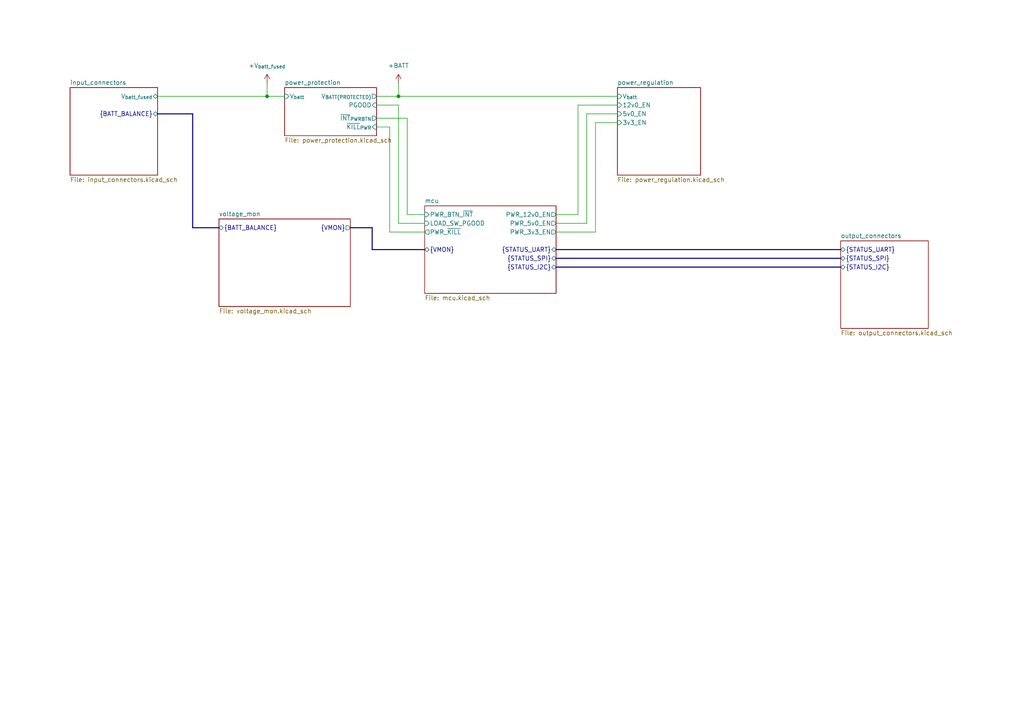
<source format=kicad_sch>
(kicad_sch (version 20231120) (generator "eeschema") (generator_version "8.0")
  (paper "A4")
  (lib_symbols
    (symbol "AT-Supplies:+V_{BATT(FUSED)}" (power) (pin_names (offset 0)) (in_bom no) (on_board no)
      (property "Value" "+V_{BATT(FUSED)}" (at 0 5.08 0))
      (symbol "+V_{BATT(FUSED)}_0_1"
        (polyline (pts (xy -0.76 1.27) (xy 0.002 2.54)))
        (polyline (pts (xy 0.002 0) (xy 0.002 2.54)))
        (polyline (pts (xy 0.002 2.54) (xy 0.764 1.27)))
      )
      (symbol "+V_{BATT(FUSED)}_1_1"
        (pin power_in line (at 0 0 90) (length 0) hide (name "+V_{BATT(FUSED)}") (number "1"))
      )
    )
    (symbol "power:+BATT" (power) (pin_numbers hide) (pin_names (offset 0) hide)
      (property "Value" "+BATT" (at 0 3.556 0))
      (symbol "+BATT_0_1"
        (polyline (pts (xy -0.762 1.27) (xy 0 2.54)))
        (polyline (pts (xy 0 0) (xy 0 2.54)))
        (polyline (pts (xy 0 2.54) (xy 0.762 1.27)))
      )
      (symbol "+BATT_1_1"
        (pin power_in line (at 0 0 90) (length 0) (name "~") (number "1"))
      )
    )
  )
  (junction (at 77.47 27.94))
  (junction (at 115.57 27.94))
  (wire (pts (xy 123.19 64.77) (xy 115.57 64.77)))
  (wire (pts (xy 170.18 33.02) (xy 170.18 64.77)))
  (wire (pts (xy 167.64 62.23) (xy 167.64 30.48)))
  (wire (pts (xy 113.03 67.31) (xy 123.19 67.31)))
  (wire (pts (xy 172.72 35.56) (xy 179.07 35.56)))
  (wire (pts (xy 115.57 30.48) (xy 109.22 30.48)))
  (bus (pts (xy 45.72 33.02) (xy 55.88 33.02)))
  (bus (pts (xy 161.29 72.39) (xy 243.84 72.39)))
  (bus (pts (xy 107.95 66.04) (xy 107.95 72.39)))
  (wire (pts (xy 161.29 62.23) (xy 167.64 62.23)))
  (wire (pts (xy 118.11 34.29) (xy 118.11 62.23)))
  (wire (pts (xy 179.07 33.02) (xy 170.18 33.02)))
  (wire (pts (xy 115.57 64.77) (xy 115.57 30.48)))
  (wire (pts (xy 115.57 27.94) (xy 115.57 24.13)))
  (wire (pts (xy 170.18 64.77) (xy 161.29 64.77)))
  (wire (pts (xy 161.29 67.31) (xy 172.72 67.31)))
  (wire (pts (xy 45.72 27.94) (xy 77.47 27.94)))
  (wire (pts (xy 118.11 62.23) (xy 123.19 62.23)))
  (wire (pts (xy 77.47 27.94) (xy 77.47 24.13)))
  (bus (pts (xy 55.88 33.02) (xy 55.88 66.04)))
  (wire (pts (xy 172.72 67.31) (xy 172.72 35.56)))
  (wire (pts (xy 115.57 27.94) (xy 179.07 27.94)))
  (wire (pts (xy 82.55 27.94) (xy 77.47 27.94)))
  (wire (pts (xy 109.22 34.29) (xy 118.11 34.29)))
  (bus (pts (xy 161.29 77.47) (xy 243.84 77.47)))
  (wire (pts (xy 167.64 30.48) (xy 179.07 30.48)))
  (bus (pts (xy 101.6 66.04) (xy 107.95 66.04)))
  (wire (pts (xy 109.22 27.94) (xy 115.57 27.94)))
  (bus (pts (xy 55.88 66.04) (xy 63.5 66.04)))
  (bus (pts (xy 161.29 74.93) (xy 243.84 74.93)))
  (wire (pts (xy 113.03 36.83) (xy 109.22 36.83)))
  (wire (pts (xy 113.03 36.83) (xy 113.03 67.31)))
  (bus (pts (xy 107.95 72.39) (xy 123.19 72.39)))
  (symbol (lib_id "AT-Supplies:+V_{BATT(FUSED)}") (at 77.47 24.13 0) (unit 1) (in_bom no) (on_board no)
    (property "Reference" "#PWR057" (effects (hide yes)))
    (property "Value" "+V_{batt_fused}" (at 77.472 19.05 0))
  )
  (symbol (lib_id "power:+BATT") (at 115.57 24.13 0) (unit 1)
    (property "Reference" "#PWR058" (effects (hide yes)))
    (property "Value" "+BATT" (at 115.57 19.05 0))
    (property "Description" "Power symbol creates a global label with name \"+BATT\"" (effects (hide yes)))
  )
  (sheet (at 243.84 69.85) (size 25.4 25.4) (stroke (width 0.1524))
    (property "Sheetname" "output_connectors" (at 243.84 69.1384 0) (effects (justify left bottom)))
    (property "Sheetfile" "output_connectors.kicad_sch" (at 243.84 95.8346 0) (effects (justify left top)))
    (pin "{STATUS_UART}" bidirectional (at 243.84 72.39 180))
    (pin "{STATUS_I2C}" bidirectional (at 243.84 77.47 180))
    (pin "{STATUS_SPI}" bidirectional (at 243.84 74.93 180))
  )
  (sheet (at 82.55 25.4) (size 26.67 13.97) (stroke (width 0.1524))
    (property "Sheetname" "power_protection" (at 82.55 24.6884 0) (effects (justify left bottom)))
    (property "Sheetfile" "power_protection.kicad_sch" (at 82.55 39.9546 0) (effects (justify left top)))
    (pin "V_{BATT(PROTECTED)}" output (at 109.22 27.94 0))
    (pin "PGOOD" input (at 109.22 30.48 0))
    (pin "~{KILL}_{PWR}" input (at 109.22 36.83 0))
    (pin "~{INT}_{PWRBTN}" output (at 109.22 34.29 0))
    (pin "V_{batt}" input (at 82.55 27.94 180))
  )
  (sheet (at 123.19 59.69) (size 38.1 25.4) (stroke (width 0.1524))
    (property "Sheetname" "mcu" (at 123.19 58.9784 0) (effects (justify left bottom)))
    (property "Sheetfile" "mcu.kicad_sch" (at 123.19 85.6746 0) (effects (justify left top)))
    (pin "PWR_~{KILL}" output (at 123.19 67.31 180))
    (pin "LOAD_SW_PGOOD" input (at 123.19 64.77 180))
    (pin "PWR_3v3_EN" output (at 161.29 67.31 0))
    (pin "PWR_5v0_EN" output (at 161.29 64.77 0))
    (pin "PWR_12v0_EN" output (at 161.29 62.23 0))
    (pin "{STATUS_UART}" bidirectional (at 161.29 72.39 0))
    (pin "{STATUS_SPI}" bidirectional (at 161.29 74.93 0))
    (pin "{STATUS_I2C}" bidirectional (at 161.29 77.47 0))
    (pin "PWR_BTN_~{INT}" input (at 123.19 62.23 180))
    (pin "{VMON}" bidirectional (at 123.19 72.39 180))
  )
  (sheet (at 20.32 25.4) (size 25.4 25.4) (stroke (width 0.1524))
    (property "Sheetname" "input_connectors" (at 20.32 24.6884 0) (effects (justify left bottom)))
    (property "Sheetfile" "input_connectors.kicad_sch" (at 20.32 51.3846 0) (effects (justify left top)))
    (pin "{BATT_BALANCE}" bidirectional (at 45.72 33.02 0))
    (pin "V_{batt_fused}" bidirectional (at 45.72 27.94 0))
  )
  (sheet (at 179.07 25.4) (size 24.13 25.4) (stroke (width 0.1524))
    (property "Sheetname" "power_regulation" (at 179.07 24.6884 0) (effects (justify left bottom)))
    (property "Sheetfile" "power_regulation.kicad_sch" (at 179.07 51.3846 0) (effects (justify left top)))
    (pin "V_{batt}" input (at 179.07 27.94 180))
    (pin "5v0_EN" input (at 179.07 33.02 180))
    (pin "3v3_EN" input (at 179.07 35.56 180))
    (pin "12v0_EN" input (at 179.07 30.48 180))
  )
  (sheet (at 63.5 63.5) (size 38.1 25.4) (stroke (width 0.1524))
    (property "Sheetname" "voltage_mon" (at 63.5 62.7884 0) (effects (justify left bottom)))
    (property "Sheetfile" "voltage_mon.kicad_sch" (at 63.5 89.4846 0) (effects (justify left top)))
    (pin "{BATT_BALANCE}" bidirectional (at 63.5 66.04 180))
    (pin "{VMON}" output (at 101.6 66.04 0))
  )
)
</source>
